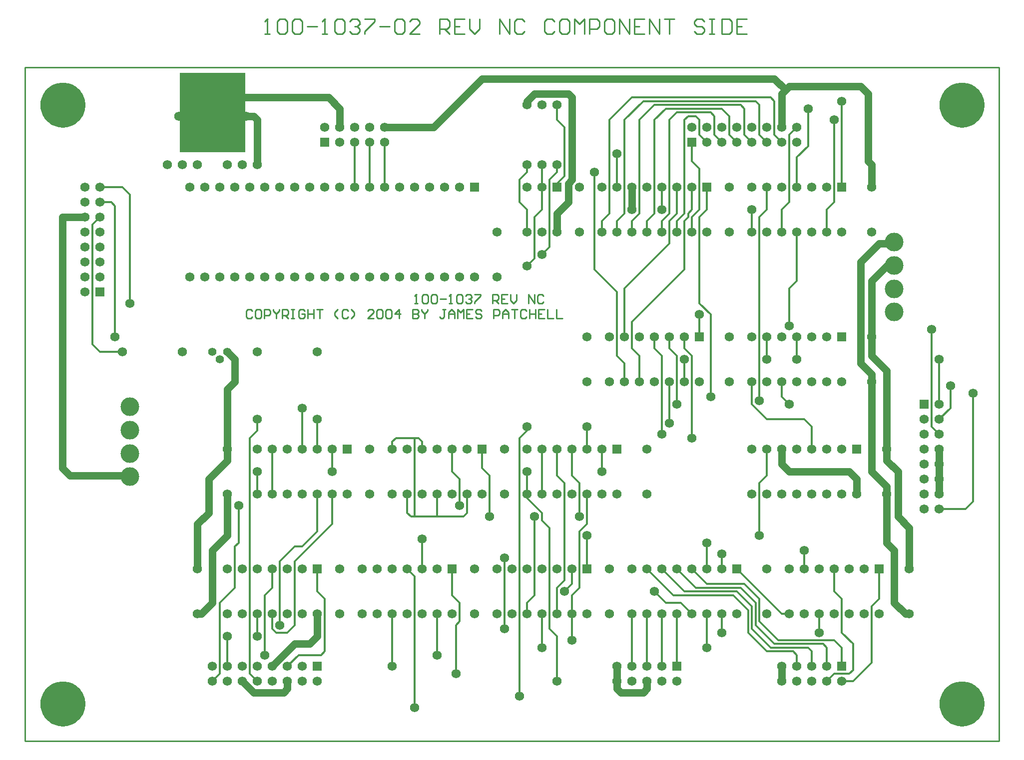
<source format=gtl>
*%FSLAX23Y23*%
*%MOIN*%
G01*
%ADD11C,0.007*%
%ADD12C,0.008*%
%ADD13C,0.010*%
%ADD14C,0.012*%
%ADD15C,0.020*%
%ADD16C,0.032*%
%ADD17C,0.036*%
%ADD18C,0.050*%
%ADD19C,0.052*%
%ADD20C,0.055*%
%ADD21C,0.056*%
%ADD22C,0.061*%
%ADD23C,0.062*%
%ADD24C,0.068*%
%ADD25C,0.070*%
%ADD26C,0.090*%
%ADD27C,0.125*%
%ADD28C,0.131*%
%ADD29C,0.140*%
%ADD30C,0.160*%
%ADD31C,0.250*%
%ADD32R,0.062X0.062*%
%ADD33R,0.068X0.068*%
%ADD34R,0.250X0.250*%
D13*
X8117Y10277D02*
X8150D01*
X8134D01*
Y10377D01*
X8135D01*
X8134D02*
X8117Y10360D01*
X8200D02*
X8217Y10377D01*
X8250D01*
X8267Y10360D01*
Y10294D01*
X8250Y10277D01*
X8217D01*
X8200Y10294D01*
Y10360D01*
X8300D02*
X8317Y10377D01*
X8350D01*
X8367Y10360D01*
Y10294D01*
X8350Y10277D01*
X8317D01*
X8300Y10294D01*
Y10360D01*
X8400Y10327D02*
X8467D01*
X8500Y10277D02*
X8534D01*
X8517D01*
Y10377D01*
X8518D01*
X8517D02*
X8500Y10360D01*
X8584D02*
X8600Y10377D01*
X8634D01*
X8650Y10360D01*
Y10294D01*
X8634Y10277D01*
X8600D01*
X8584Y10294D01*
Y10360D01*
X8683D02*
X8700Y10377D01*
X8733D01*
X8750Y10360D01*
Y10344D01*
X8751D01*
X8750D02*
X8751D01*
X8750D02*
X8751D01*
X8750D02*
X8733Y10327D01*
X8717D01*
X8733D01*
X8750Y10310D01*
Y10294D01*
X8733Y10277D01*
X8700D01*
X8683Y10294D01*
X8783Y10377D02*
X8850D01*
Y10360D01*
X8783Y10294D01*
Y10277D01*
X8883Y10327D02*
X8950D01*
X8983Y10360D02*
X9000Y10377D01*
X9033D01*
X9050Y10360D01*
Y10294D01*
X9033Y10277D01*
X9000D01*
X8983Y10294D01*
Y10360D01*
X9083Y10277D02*
X9150D01*
X9083D02*
X9150Y10344D01*
Y10360D01*
X9133Y10377D01*
X9100D01*
X9083Y10360D01*
X9283Y10377D02*
Y10277D01*
Y10377D02*
X9333D01*
X9350Y10360D01*
Y10327D01*
X9333Y10310D01*
X9283D01*
X9317D02*
X9350Y10277D01*
X9383Y10377D02*
X9450D01*
X9383D02*
Y10277D01*
X9450D01*
X9417Y10327D02*
X9383D01*
X9483Y10310D02*
Y10377D01*
Y10310D02*
X9517Y10277D01*
X9550Y10310D01*
Y10377D01*
X9683D02*
Y10277D01*
X9750D02*
X9683Y10377D01*
X9750D02*
Y10277D01*
X9850Y10360D02*
X9833Y10377D01*
X9800D01*
X9783Y10360D01*
Y10294D01*
X9800Y10277D01*
X9833D01*
X9850Y10294D01*
X10033Y10377D02*
X10050Y10360D01*
X10033Y10377D02*
X10000D01*
X9983Y10360D01*
Y10294D01*
X10000Y10277D01*
X10033D01*
X10050Y10294D01*
X10100Y10377D02*
X10133D01*
X10100D02*
X10083Y10360D01*
Y10294D01*
X10100Y10277D01*
X10133D01*
X10150Y10294D01*
Y10360D01*
X10133Y10377D01*
X10183D02*
Y10277D01*
X10216Y10344D02*
X10183Y10377D01*
X10216Y10344D02*
X10250Y10377D01*
Y10277D01*
X10283D02*
Y10377D01*
X10333D01*
X10350Y10360D01*
Y10327D01*
X10333Y10310D01*
X10283D01*
X10400Y10377D02*
X10433D01*
X10400D02*
X10383Y10360D01*
Y10294D01*
X10400Y10277D01*
X10433D01*
X10450Y10294D01*
Y10360D01*
X10433Y10377D01*
X10483D02*
Y10277D01*
X10550D02*
X10483Y10377D01*
X10550D02*
Y10277D01*
X10583Y10377D02*
X10650D01*
X10583D02*
Y10277D01*
X10650D01*
X10616Y10327D02*
X10583D01*
X10683Y10277D02*
Y10377D01*
X10749Y10277D01*
Y10377D01*
X10783D02*
X10849D01*
X10816D01*
Y10277D01*
X11033Y10377D02*
X11049Y10360D01*
X11033Y10377D02*
X10999D01*
X10983Y10360D01*
Y10344D01*
X10999Y10327D01*
X11033D01*
X11049Y10310D01*
Y10294D01*
X11033Y10277D01*
X10999D01*
X10983Y10294D01*
X11083Y10377D02*
X11116D01*
X11099D01*
Y10277D01*
X11083D01*
X11116D01*
X11166D02*
Y10377D01*
Y10277D02*
X11216D01*
X11233Y10294D01*
Y10360D01*
X11216Y10377D01*
X11166D01*
X11266D02*
X11333D01*
X11266D02*
Y10277D01*
X11333D01*
X11299Y10327D02*
X11266D01*
X9137Y8477D02*
X9117D01*
X9127D02*
X9137D01*
X9127D02*
Y8537D01*
X9128D01*
X9127D02*
X9117Y8527D01*
X9167D02*
X9177Y8537D01*
X9197D01*
X9207Y8527D01*
Y8487D01*
X9197Y8477D01*
X9177D01*
X9167Y8487D01*
Y8527D01*
X9227D02*
X9237Y8537D01*
X9257D01*
X9267Y8527D01*
Y8487D01*
X9257Y8477D01*
X9237D01*
X9227Y8487D01*
Y8527D01*
X9287Y8507D02*
X9327D01*
X9347Y8477D02*
X9367D01*
X9357D01*
Y8537D01*
X9358D01*
X9357D02*
X9347Y8527D01*
X9397D02*
X9407Y8537D01*
X9427D01*
X9437Y8527D01*
Y8487D01*
X9427Y8477D01*
X9407D01*
X9397Y8487D01*
Y8527D01*
X9457D02*
X9467Y8537D01*
X9487D01*
X9497Y8527D01*
Y8517D01*
X9498D01*
X9497D02*
X9498D01*
X9497D02*
X9498D01*
X9497D02*
X9487Y8507D01*
X9477D01*
X9487D01*
X9497Y8497D01*
Y8487D01*
X9487Y8477D01*
X9467D01*
X9457Y8487D01*
X9517Y8537D02*
X9557D01*
Y8527D01*
X9517Y8487D01*
Y8477D01*
X9637D02*
Y8537D01*
X9667D01*
X9677Y8527D01*
Y8507D01*
X9667Y8497D01*
X9637D01*
X9657D02*
X9677Y8477D01*
X9697Y8537D02*
X9737D01*
X9697D02*
Y8477D01*
X9737D01*
X9717Y8507D02*
X9697D01*
X9757Y8497D02*
Y8537D01*
Y8497D02*
X9777Y8477D01*
X9797Y8497D01*
Y8537D01*
X9877D02*
Y8477D01*
X9917D02*
X9877Y8537D01*
X9917D02*
Y8477D01*
X9977Y8527D02*
X9967Y8537D01*
X9947D01*
X9937Y8527D01*
Y8487D01*
X9947Y8477D01*
X9967D01*
X9977Y8487D01*
X8032Y8427D02*
X8022Y8437D01*
X8002D01*
X7992Y8427D01*
Y8387D01*
X8002Y8377D01*
X8022D01*
X8032Y8387D01*
X8062Y8437D02*
X8082D01*
X8062D02*
X8052Y8427D01*
Y8387D01*
X8062Y8377D01*
X8082D01*
X8092Y8387D01*
Y8427D01*
X8082Y8437D01*
X8112D02*
Y8377D01*
Y8437D02*
X8142D01*
X8152Y8427D01*
Y8407D01*
X8142Y8397D01*
X8112D01*
X8172Y8427D02*
Y8437D01*
Y8427D02*
X8192Y8407D01*
X8212Y8427D01*
Y8437D01*
X8192Y8407D02*
Y8377D01*
X8232D02*
Y8437D01*
X8262D01*
X8272Y8427D01*
Y8407D01*
X8262Y8397D01*
X8232D01*
X8252D02*
X8272Y8377D01*
X8292Y8437D02*
X8312D01*
X8302D01*
Y8377D01*
X8292D01*
X8312D01*
X8372Y8437D02*
X8382Y8427D01*
X8372Y8437D02*
X8352D01*
X8342Y8427D01*
Y8387D01*
X8352Y8377D01*
X8372D01*
X8382Y8387D01*
Y8407D01*
X8362D01*
X8402Y8437D02*
Y8377D01*
Y8407D01*
X8442D01*
Y8437D01*
Y8377D01*
X8462Y8437D02*
X8502D01*
X8482D01*
Y8377D01*
X8582Y8397D02*
X8602Y8377D01*
X8582Y8397D02*
Y8417D01*
X8602Y8437D01*
X8662D02*
X8672Y8427D01*
X8662Y8437D02*
X8642D01*
X8632Y8427D01*
Y8387D01*
X8642Y8377D01*
X8662D01*
X8672Y8387D01*
X8692Y8377D02*
X8712Y8397D01*
Y8417D01*
X8692Y8437D01*
X8802Y8377D02*
X8842D01*
X8802D02*
X8842Y8417D01*
Y8427D01*
X8832Y8437D01*
X8812D01*
X8802Y8427D01*
X8862D02*
X8872Y8437D01*
X8892D01*
X8902Y8427D01*
Y8387D01*
X8892Y8377D01*
X8872D01*
X8862Y8387D01*
Y8427D01*
X8922D02*
X8932Y8437D01*
X8952D01*
X8962Y8427D01*
Y8387D01*
X8952Y8377D01*
X8932D01*
X8922Y8387D01*
Y8427D01*
X9012Y8437D02*
Y8377D01*
X8982Y8407D02*
X9012Y8437D01*
X9022Y8407D02*
X8982D01*
X9102Y8437D02*
Y8377D01*
X9132D01*
X9142Y8387D01*
Y8397D01*
X9132Y8407D01*
X9102D01*
X9103D01*
X9102D02*
X9103D01*
X9102D02*
X9103D01*
X9102D02*
X9132D01*
X9142Y8417D01*
Y8427D01*
X9132Y8437D01*
X9102D01*
X9162D02*
Y8427D01*
X9182Y8407D01*
X9202Y8427D01*
Y8437D01*
X9182Y8407D02*
Y8377D01*
X9302Y8437D02*
X9322D01*
X9312D02*
X9302D01*
X9312D02*
Y8387D01*
X9302Y8377D01*
X9292D01*
X9282Y8387D01*
X9342Y8377D02*
Y8417D01*
X9362Y8437D01*
X9382Y8417D01*
Y8377D01*
Y8407D01*
X9342D01*
X9402Y8377D02*
Y8437D01*
X9422Y8417D01*
X9442Y8437D01*
Y8377D01*
X9462Y8437D02*
X9502D01*
X9462D02*
Y8377D01*
X9502D01*
X9482Y8407D02*
X9462D01*
X9551Y8437D02*
X9561Y8427D01*
X9551Y8437D02*
X9532D01*
X9522Y8427D01*
Y8417D01*
X9532Y8407D01*
X9551D01*
X9561Y8397D01*
Y8387D01*
X9551Y8377D01*
X9532D01*
X9522Y8387D01*
X9641Y8377D02*
Y8437D01*
X9671D01*
X9681Y8427D01*
Y8407D01*
X9671Y8397D01*
X9641D01*
X9701Y8377D02*
Y8417D01*
X9721Y8437D01*
X9741Y8417D01*
Y8377D01*
Y8407D01*
X9701D01*
X9761Y8437D02*
X9801D01*
X9781D01*
Y8377D01*
X9851Y8437D02*
X9861Y8427D01*
X9851Y8437D02*
X9831D01*
X9821Y8427D01*
Y8387D01*
X9831Y8377D01*
X9851D01*
X9861Y8387D01*
X9881Y8377D02*
Y8437D01*
Y8407D02*
Y8377D01*
Y8407D02*
X9921D01*
Y8437D01*
Y8377D01*
X9941Y8437D02*
X9981D01*
X9941D02*
Y8377D01*
X9981D01*
X9961Y8407D02*
X9941D01*
X10001Y8437D02*
Y8377D01*
X10041D01*
X10061D02*
Y8437D01*
Y8377D02*
X10101D01*
X13017Y10052D02*
X6517D01*
Y5552D02*
X13017D01*
X6517D02*
Y10052D01*
X13017D02*
Y5552D01*
D14*
X8567Y7002D02*
X8317Y6752D01*
X10567Y8352D02*
X10917Y8702D01*
X10817Y8877D02*
X10517Y8577D01*
X10417Y9702D02*
X10567Y9852D01*
X10642Y9827D02*
X10517Y9702D01*
X12167Y6077D02*
X12042Y5952D01*
X10467Y8552D02*
X10317Y8702D01*
X11367Y6302D02*
X11492Y6177D01*
X11517Y6202D02*
X11392Y6327D01*
X11417Y6352D02*
X11542Y6227D01*
X11467Y6152D02*
X11342Y6277D01*
X10842Y6527D02*
X10667Y6702D01*
X10767D02*
X10917Y6552D01*
X10992Y6577D02*
X10867Y6702D01*
X11267D02*
X11567Y6402D01*
X11917Y6002D02*
X12017D01*
X12042Y5952D02*
X11967D01*
X6967Y8202D02*
Y9002D01*
X7017Y9052D01*
X6967Y8202D02*
X7017Y8152D01*
X8342Y6127D02*
X8492D01*
X11467Y6152D02*
X11642D01*
X11742Y6177D02*
X11492D01*
X11517Y6202D02*
X11842D01*
X11917Y6227D02*
X11542D01*
X8267Y6277D02*
X8192D01*
X7117Y8252D02*
Y9127D01*
X7217Y9202D02*
Y8477D01*
X7117Y9127D02*
X7092Y9152D01*
X7167Y9252D02*
X7217Y9202D01*
X10792Y6477D02*
X10892D01*
X11567Y6402D02*
X11617D01*
X11242Y6527D02*
X10842D01*
X10917Y6552D02*
X11267D01*
X11292Y6577D02*
X10992D01*
X11067Y6602D02*
X11317D01*
X8367Y6852D02*
X8317D01*
X7817Y6477D02*
Y6002D01*
X7767Y5952D01*
X7817Y6477D02*
X7917Y6577D01*
X9092Y7052D02*
X9267D01*
X9442D01*
X7867Y6252D02*
Y6052D01*
X7942Y6877D02*
Y7127D01*
X7917Y6852D02*
Y6577D01*
X8017Y6002D02*
Y7577D01*
X7942Y6877D02*
X7917Y6852D01*
X8017Y7577D02*
X8067Y7627D01*
X8017Y6002D02*
X8067Y5952D01*
X12617Y7102D02*
X12792D01*
X8167Y6402D02*
Y6302D01*
X8067Y6252D02*
Y6402D01*
X8167Y6577D02*
Y6702D01*
X8117Y6227D02*
Y6127D01*
Y6227D02*
Y6527D01*
X8217Y6327D02*
Y6752D01*
X8067Y7202D02*
Y7352D01*
Y7627D02*
Y7702D01*
X8167Y7502D02*
Y7202D01*
Y6577D02*
X8117Y6527D01*
X8217Y6752D02*
X8317Y6852D01*
X8167Y6302D02*
X8192Y6277D01*
X8317Y6327D02*
Y6752D01*
X8367Y7502D02*
Y7777D01*
X8317Y6327D02*
X8267Y6277D01*
X8342Y6127D02*
X8267Y6052D01*
X8367Y6852D02*
X8467Y6952D01*
X8992Y7577D02*
X9117D01*
X9142D01*
X8517Y6502D02*
Y6152D01*
X8467Y6952D02*
Y7202D01*
X8567D02*
Y7002D01*
X8467Y6702D02*
Y6552D01*
X8567Y7352D02*
Y7502D01*
X8467D02*
Y7702D01*
X8517Y6152D02*
X8492Y6127D01*
X8517Y6502D02*
X8467Y6552D01*
X11467Y7702D02*
X11717D01*
X8717Y9252D02*
Y9552D01*
X8817D02*
Y9252D01*
X8967Y7552D02*
Y7502D01*
Y6402D02*
Y6052D01*
X8917Y9252D02*
Y9552D01*
X8992Y7577D02*
X8967Y7552D01*
X7167Y8152D02*
X7017D01*
X9117Y7577D02*
Y7052D01*
X9067Y7077D02*
Y7202D01*
X9167Y7502D02*
Y7552D01*
X9117Y6652D02*
Y5777D01*
X9167Y6702D02*
Y6902D01*
X9092Y7052D02*
X9067Y7077D01*
X9167Y7552D02*
X9142Y7577D01*
X9067Y6702D02*
X9117Y6652D01*
X9267Y7052D02*
Y7202D01*
X9367Y6702D02*
Y6527D01*
X9417Y6477D02*
Y6352D01*
X9392Y6327D02*
Y6002D01*
X9267Y6127D02*
Y6402D01*
X9367Y7352D02*
Y7502D01*
X9417Y7302D02*
Y7127D01*
Y6352D02*
X9392Y6327D01*
X9417Y6477D02*
X9367Y6527D01*
X9417Y7302D02*
X9367Y7352D01*
X9467Y7202D02*
Y7077D01*
X9567Y7377D02*
Y7502D01*
X9617Y7327D02*
Y7052D01*
X9467Y7077D02*
X9442Y7052D01*
X9617Y7327D02*
X9567Y7377D01*
X9717Y6777D02*
Y6302D01*
X9817Y5852D02*
Y7577D01*
Y9152D02*
Y9302D01*
X9867Y7627D02*
X9817Y7577D01*
Y9302D02*
X9867Y9352D01*
X9817Y9152D02*
X9867Y9102D01*
X9967Y6402D02*
Y6177D01*
X9867Y7177D02*
Y7202D01*
Y7352D01*
X9967Y7077D02*
Y7027D01*
X10017Y6977D02*
Y6302D01*
X9917Y6527D02*
Y7052D01*
X9867Y6477D02*
Y6402D01*
Y7627D02*
Y7652D01*
Y8952D02*
Y9102D01*
Y9352D02*
Y9402D01*
X10017Y9302D02*
Y8852D01*
X9967Y9252D02*
Y9402D01*
Y9252D02*
Y9102D01*
X9917Y9052D02*
Y8777D01*
X9967Y7502D02*
Y7202D01*
X9917Y6527D02*
X9867Y6477D01*
X10017Y9302D02*
X10067Y9352D01*
X10017Y8852D02*
X9967Y8802D01*
X9917Y9052D02*
X9967Y9102D01*
X9917Y8777D02*
X9867Y8727D01*
Y7177D02*
X9967Y7077D01*
Y7027D02*
X10017Y6977D01*
Y6302D02*
X10067Y6252D01*
X7092Y9152D02*
X7017D01*
X10167Y6702D02*
Y6602D01*
Y6402D02*
Y6227D01*
Y6402D02*
Y6527D01*
X10067Y6252D02*
Y5952D01*
X10167Y7327D02*
Y7502D01*
X10117Y9327D02*
Y9652D01*
X10067Y9277D02*
Y9252D01*
Y9702D02*
Y9802D01*
Y9402D02*
Y9352D01*
Y6577D02*
Y6402D01*
Y7327D02*
Y7502D01*
X10117Y7277D02*
Y6627D01*
X10167Y6602D02*
X10117Y6552D01*
X10067Y9277D02*
X10117Y9327D01*
Y6627D02*
X10067Y6577D01*
X10167Y6527D02*
X10217Y6577D01*
Y7277D02*
X10167Y7327D01*
X10117Y9652D02*
X10067Y9702D01*
Y7327D02*
X10117Y7277D01*
X7167Y9252D02*
X7017D01*
X10317Y9352D02*
Y8702D01*
X10367Y8952D02*
Y9027D01*
X10267Y6927D02*
Y6702D01*
Y7002D02*
Y7202D01*
X10217Y6952D02*
Y6577D01*
Y7052D02*
Y7277D01*
X10367Y7352D02*
Y7502D01*
X10267D02*
Y7652D01*
X10367Y9027D02*
X10417Y9077D01*
X10267Y7002D02*
X10217Y6952D01*
X10467Y9252D02*
Y9477D01*
X10517Y8077D02*
Y7952D01*
X10467Y8127D02*
Y8552D01*
X10567Y8352D02*
Y8177D01*
X10517Y8252D02*
Y8577D01*
X10417Y9077D02*
Y9702D01*
X10467Y9027D02*
Y8952D01*
X10517Y9077D02*
Y9702D01*
X10567Y9027D02*
Y8952D01*
Y6402D02*
Y6052D01*
X10467Y9027D02*
X10517Y9077D01*
X10567Y9027D02*
X10617Y9077D01*
X10467Y8127D02*
X10517Y8077D01*
X10567Y8177D02*
X10617Y8127D01*
X10642Y9827D02*
X11392D01*
X11292Y9802D02*
X10717D01*
X10792Y9777D02*
X11167D01*
X11092Y9752D02*
X10867D01*
X10942Y9727D02*
X10992D01*
X10717Y8252D02*
Y8177D01*
X10767Y8127D02*
Y7602D01*
Y9102D02*
Y9252D01*
X10617Y8127D02*
Y7952D01*
Y9077D02*
Y9702D01*
X10667Y9027D02*
Y8952D01*
X10717Y9077D02*
Y9702D01*
X10767Y9027D02*
Y8952D01*
X10667Y6402D02*
Y6052D01*
X10767D02*
Y6402D01*
X10617Y9702D02*
X10717Y9802D01*
X10792Y9777D02*
X10717Y9702D01*
Y9077D02*
X10667Y9027D01*
X10767D02*
X10817Y9077D01*
X10717Y6552D02*
X10792Y6477D01*
X10767Y8127D02*
X10717Y8177D01*
X10567Y9852D02*
X11492D01*
X10817Y7952D02*
Y7677D01*
Y8177D02*
Y8252D01*
X10867Y8127D02*
Y7802D01*
X10917Y8177D02*
Y8252D01*
X10967Y8127D02*
Y7577D01*
X10917Y7952D02*
Y8102D01*
X10967Y9102D02*
Y9252D01*
X10917Y9027D02*
Y8702D01*
X10942Y9052D02*
Y9077D01*
X10867D02*
Y9252D01*
X10817Y9027D02*
Y8877D01*
Y9077D02*
Y9702D01*
X10867Y9027D02*
Y8952D01*
X10917Y9077D02*
Y9702D01*
X10967Y9552D02*
Y9427D01*
Y9052D02*
Y8952D01*
X10867Y6402D02*
Y6052D01*
X10917Y9027D02*
X10942Y9052D01*
Y9077D02*
X10967Y9102D01*
X10867Y9077D02*
X10817Y9027D01*
Y9702D02*
X10867Y9752D01*
X10917Y9702D02*
X10942Y9727D01*
X10917Y9077D02*
X10867Y9027D01*
X10967Y9052D02*
X11017Y9102D01*
X10892Y6477D02*
X10967Y6402D01*
X10867Y8127D02*
X10817Y8177D01*
X10917D02*
X10967Y8127D01*
X11017Y9702D02*
X10992Y9727D01*
X10967Y9427D02*
X11017Y9377D01*
X10967Y6702D02*
X11067Y6602D01*
X11167Y6402D02*
Y6277D01*
X11067Y6177D02*
Y6402D01*
X11017Y8252D02*
Y8402D01*
X11067Y9102D02*
Y9252D01*
X11092Y8402D02*
Y7852D01*
X11017Y8477D02*
Y9052D01*
X11117Y9602D02*
Y9727D01*
X11017Y9702D02*
Y9602D01*
Y9377D02*
Y9102D01*
X11167Y6802D02*
Y6702D01*
X11067D02*
Y6877D01*
X11017Y9052D02*
X11067Y9102D01*
X11017Y8477D02*
X11092Y8402D01*
X11217Y9727D02*
X11167Y9777D01*
X11117Y9602D02*
X11167Y9552D01*
X11117Y9727D02*
X11092Y9752D01*
X11017Y9602D02*
X11067Y9552D01*
X11367Y7952D02*
Y7802D01*
Y8952D02*
Y9102D01*
X11317Y9602D02*
Y9777D01*
X11217Y9727D02*
Y9602D01*
X11342Y6427D02*
Y6277D01*
X11367Y6302D02*
Y6452D01*
X11467Y7702D02*
X11367Y7802D01*
Y9552D02*
X11317Y9602D01*
Y9777D02*
X11292Y9802D01*
X11217Y9602D02*
X11267Y9552D01*
X11242Y6527D02*
X11342Y6427D01*
X11367Y6452D02*
X11267Y6552D01*
X11292Y6577D02*
X11392Y6477D01*
X11417Y6502D02*
X11317Y6602D01*
X11567Y7852D02*
Y7952D01*
X11467Y8102D02*
Y8252D01*
Y9102D02*
Y9252D01*
X11417Y9052D02*
Y7827D01*
X11567Y8952D02*
Y9102D01*
X11517Y9602D02*
Y9827D01*
X11417Y9802D02*
Y9602D01*
X11467Y7502D02*
Y7327D01*
X11417Y7277D02*
Y6927D01*
X11392Y6477D02*
Y6327D01*
X11417Y6352D02*
Y6502D01*
Y9052D02*
X11467Y9102D01*
X11567D02*
X11617Y9152D01*
X11467Y7327D02*
X11417Y7277D01*
X11617Y7802D02*
X11567Y7852D01*
Y9552D02*
X11517Y9602D01*
Y9827D02*
X11492Y9852D01*
X11417Y9602D02*
X11467Y9552D01*
X11417Y9802D02*
X11392Y9827D01*
X11667Y8952D02*
Y8627D01*
X11617Y8577D02*
Y8327D01*
X11667Y6127D02*
Y6052D01*
X11767D02*
Y6152D01*
X11667Y8102D02*
Y8252D01*
X11767Y7652D02*
Y7502D01*
X11617Y9152D02*
Y9602D01*
X11667Y9452D02*
Y9252D01*
X11742Y9527D02*
Y9777D01*
X11717Y6827D02*
Y6702D01*
X11617Y8577D02*
X11667Y8627D01*
X11617Y9602D02*
X11667Y9652D01*
X11742Y9527D02*
X11667Y9452D01*
X11642Y6152D02*
X11667Y6127D01*
X11742Y6177D02*
X11767Y6152D01*
Y7652D02*
X11717Y7702D01*
X11817Y6402D02*
Y6277D01*
X11967Y6177D02*
Y6052D01*
X11867D02*
Y6177D01*
X11967Y9252D02*
Y9827D01*
X11867Y9102D02*
Y8952D01*
X11917Y9152D02*
Y9702D01*
Y6702D02*
Y6552D01*
X11967Y6502D02*
Y6277D01*
X11867Y9102D02*
X11917Y9152D01*
Y6002D02*
X11867Y5952D01*
X11967Y6177D02*
X11917Y6227D01*
X11867Y6177D02*
X11842Y6202D01*
X11967Y6502D02*
X11917Y6552D01*
X11967Y6277D02*
X12042Y6202D01*
Y6027D01*
X12167Y6077D02*
Y6452D01*
X12042Y6027D02*
X12017Y6002D01*
X12167Y6452D02*
X12217Y6502D01*
Y6702D01*
X12567Y7652D02*
Y8302D01*
X12617Y8102D02*
Y7802D01*
X12692Y7777D02*
Y7927D01*
Y7777D02*
X12617Y7702D01*
X12567Y7652D02*
X12617Y7602D01*
X12842Y7877D02*
Y7152D01*
X12792Y7102D01*
D18*
X8467Y6252D02*
X8417Y6202D01*
X8317D02*
X8167Y6052D01*
X12092Y8752D02*
X12217Y8877D01*
X12267Y8727D02*
X12167Y8627D01*
X7867Y7427D02*
X7742Y7302D01*
Y7077D02*
X7667Y7002D01*
X10642Y5877D02*
X10667Y5902D01*
X8267D02*
X8242Y5877D01*
X7692Y6402D02*
X7767Y6477D01*
Y6827D02*
X7867Y6927D01*
Y7902D02*
X7917Y7952D01*
X9867Y9827D02*
X9892Y9852D01*
X9917Y9877D01*
X10167Y9302D02*
X10142Y9277D01*
Y9152D02*
X10067Y9077D01*
X7792Y9852D02*
X7767Y9827D01*
X11567Y9877D02*
X11617Y9927D01*
X9567Y9977D02*
X9242Y9652D01*
X12017Y7352D02*
X12067Y7302D01*
X11617Y7352D02*
X11567Y7402D01*
X12317Y6477D02*
X12392Y6402D01*
X12317Y6827D02*
X12267Y6877D01*
Y7252D02*
X12167Y7352D01*
Y8002D02*
X12092Y8077D01*
X12167Y8127D02*
X12267Y8027D01*
Y7427D02*
X12342Y7352D01*
Y7052D02*
X12417Y6977D01*
X10492Y5877D02*
X10467Y5902D01*
X8042Y5877D02*
X7967Y5952D01*
X7917Y8102D02*
X7867Y8152D01*
X6817Y7327D02*
X6767Y7377D01*
X10142Y9877D02*
X10167Y9852D01*
X8617Y9777D02*
X8542Y9852D01*
X8067Y9702D02*
X8042Y9727D01*
X12092Y9927D02*
X12142Y9877D01*
Y9427D02*
X12167Y9402D01*
X11592Y9902D02*
X11517Y9977D01*
X10642Y5877D02*
X10492D01*
X8242D02*
X8042D01*
X6767Y7377D02*
Y8977D01*
Y9052D01*
X8317Y6202D02*
X8417D01*
X7217Y7318D02*
Y7327D01*
X12392Y6402D02*
X12417D01*
X7692D02*
X7667D01*
Y6702D02*
Y7002D01*
X7742Y7077D02*
Y7302D01*
X7767Y6827D02*
Y6477D01*
Y9752D02*
Y9827D01*
X7867Y7502D02*
Y7427D01*
Y7202D02*
Y6927D01*
Y7502D02*
Y7902D01*
X7917Y7952D02*
Y8102D01*
X8067Y9402D02*
Y9627D01*
Y9702D01*
X11617Y7352D02*
X12017D01*
X7217Y7327D02*
X6817D01*
X8267Y5952D02*
Y5902D01*
X8467Y6252D02*
Y6402D01*
X8617Y9652D02*
Y9777D01*
X12267Y8727D02*
X12317D01*
Y8877D02*
X12217D01*
X6917Y9052D02*
X6767D01*
X9867Y9802D02*
Y9827D01*
X10067Y9077D02*
Y8952D01*
X10167Y9302D02*
Y9852D01*
X10142Y9277D02*
Y9252D01*
Y9152D01*
X10567Y9102D02*
Y9252D01*
X10467Y5952D02*
Y5902D01*
Y5952D02*
Y6052D01*
X8042Y9727D02*
X7992D01*
X8917Y9652D02*
X9242D01*
X10667Y5952D02*
Y5902D01*
X10142Y9877D02*
X9917D01*
X8542Y9852D02*
X7792D01*
X11617Y9927D02*
X12092D01*
X11517Y9977D02*
X9567D01*
X11567Y7502D02*
Y7402D01*
Y6052D02*
Y5952D01*
Y9652D02*
Y9877D01*
X12067Y7302D02*
Y7202D01*
X12167Y7352D02*
Y7952D01*
Y8002D01*
X12092Y8077D02*
Y8752D01*
X12167Y8627D02*
Y8252D01*
Y8127D01*
X12142Y9427D02*
Y9877D01*
X12167Y9402D02*
Y9252D01*
X12317Y6827D02*
Y6477D01*
X12267Y6877D02*
Y7202D01*
Y7252D01*
Y7502D02*
Y8027D01*
Y7502D02*
Y7427D01*
X12342Y7352D02*
Y7052D01*
X12417Y6977D02*
Y6702D01*
X12617Y7202D02*
Y7302D01*
Y7402D01*
Y7502D01*
X12642Y9802D02*
X12643D01*
X12642D02*
X12642Y9792D01*
X12644Y9782D01*
X12646Y9772D01*
X12648Y9762D01*
X12652Y9753D01*
X12656Y9744D01*
X12661Y9735D01*
X12667Y9727D01*
X12673Y9719D01*
X12680Y9712D01*
X12688Y9705D01*
X12696Y9699D01*
X12704Y9694D01*
X12713Y9689D01*
X12723Y9685D01*
X12732Y9682D01*
X12742Y9680D01*
X12752Y9678D01*
X12762Y9677D01*
X12772D01*
X12782Y9678D01*
X12792Y9680D01*
X12802Y9682D01*
X12811Y9685D01*
X12821Y9689D01*
X12830Y9694D01*
X12838Y9699D01*
X12846Y9705D01*
X12854Y9712D01*
X12861Y9719D01*
X12867Y9727D01*
X12873Y9735D01*
X12878Y9744D01*
X12882Y9753D01*
X12886Y9762D01*
X12888Y9772D01*
X12890Y9782D01*
X12892Y9792D01*
X12892Y9802D01*
X12893D01*
X12892D02*
X12892Y9812D01*
X12890Y9822D01*
X12888Y9832D01*
X12886Y9842D01*
X12882Y9851D01*
X12878Y9860D01*
X12873Y9869D01*
X12867Y9877D01*
X12861Y9885D01*
X12854Y9892D01*
X12846Y9899D01*
X12838Y9905D01*
X12830Y9910D01*
X12821Y9915D01*
X12811Y9919D01*
X12802Y9922D01*
X12792Y9924D01*
X12782Y9926D01*
X12772Y9927D01*
X12762D01*
X12752Y9926D01*
X12742Y9924D01*
X12732Y9922D01*
X12723Y9919D01*
X12713Y9915D01*
X12704Y9910D01*
X12696Y9905D01*
X12688Y9899D01*
X12680Y9892D01*
X12673Y9885D01*
X12667Y9877D01*
X12661Y9869D01*
X12656Y9860D01*
X12652Y9851D01*
X12648Y9842D01*
X12646Y9832D01*
X12644Y9822D01*
X12642Y9812D01*
X12642Y9802D01*
X12690D02*
X12691D01*
X12690D02*
X12691Y9793D01*
X12692Y9784D01*
X12695Y9776D01*
X12698Y9767D01*
X12703Y9760D01*
X12708Y9753D01*
X12714Y9746D01*
X12721Y9740D01*
X12728Y9735D01*
X12737Y9731D01*
X12745Y9728D01*
X12754Y9726D01*
X12763Y9725D01*
X12771D01*
X12780Y9726D01*
X12789Y9728D01*
X12797Y9731D01*
X12806Y9735D01*
X12813Y9740D01*
X12820Y9746D01*
X12826Y9753D01*
X12831Y9760D01*
X12836Y9767D01*
X12839Y9776D01*
X12842Y9784D01*
X12843Y9793D01*
X12844Y9802D01*
X12845D01*
X12844D02*
X12843Y9811D01*
X12842Y9820D01*
X12839Y9828D01*
X12836Y9837D01*
X12831Y9844D01*
X12826Y9851D01*
X12820Y9858D01*
X12813Y9864D01*
X12806Y9869D01*
X12797Y9873D01*
X12789Y9876D01*
X12780Y9878D01*
X12771Y9879D01*
X12763D01*
X12754Y9878D01*
X12745Y9876D01*
X12737Y9873D01*
X12728Y9869D01*
X12721Y9864D01*
X12714Y9858D01*
X12708Y9851D01*
X12703Y9844D01*
X12698Y9837D01*
X12695Y9828D01*
X12692Y9820D01*
X12691Y9811D01*
X12690Y9802D01*
X12738D02*
X12739D01*
X12738D02*
X12739Y9796D01*
X12741Y9790D01*
X12744Y9785D01*
X12748Y9780D01*
X12752Y9777D01*
X12758Y9774D01*
X12764Y9773D01*
X12770D01*
X12776Y9774D01*
X12782Y9777D01*
X12786Y9780D01*
X12790Y9785D01*
X12793Y9790D01*
X12795Y9796D01*
X12796Y9802D01*
X12797D01*
X12796D02*
X12795Y9808D01*
X12793Y9814D01*
X12790Y9819D01*
X12786Y9824D01*
X12782Y9827D01*
X12776Y9830D01*
X12770Y9831D01*
X12764D01*
X12758Y9830D01*
X12752Y9827D01*
X12748Y9824D01*
X12744Y9819D01*
X12741Y9814D01*
X12739Y9808D01*
X12738Y9802D01*
X12767D02*
D03*
X12642Y5802D02*
X12643D01*
X12642D02*
X12642Y5792D01*
X12644Y5782D01*
X12646Y5772D01*
X12648Y5762D01*
X12652Y5753D01*
X12656Y5744D01*
X12661Y5735D01*
X12667Y5727D01*
X12673Y5719D01*
X12680Y5712D01*
X12688Y5705D01*
X12696Y5699D01*
X12704Y5694D01*
X12713Y5689D01*
X12723Y5685D01*
X12732Y5682D01*
X12742Y5680D01*
X12752Y5678D01*
X12762Y5677D01*
X12772D01*
X12782Y5678D01*
X12792Y5680D01*
X12802Y5682D01*
X12811Y5685D01*
X12821Y5689D01*
X12830Y5694D01*
X12838Y5699D01*
X12846Y5705D01*
X12854Y5712D01*
X12861Y5719D01*
X12867Y5727D01*
X12873Y5735D01*
X12878Y5744D01*
X12882Y5753D01*
X12886Y5762D01*
X12888Y5772D01*
X12890Y5782D01*
X12892Y5792D01*
X12892Y5802D01*
X12893D01*
X12892D02*
X12892Y5812D01*
X12890Y5822D01*
X12888Y5832D01*
X12886Y5842D01*
X12882Y5851D01*
X12878Y5860D01*
X12873Y5869D01*
X12867Y5877D01*
X12861Y5885D01*
X12854Y5892D01*
X12846Y5899D01*
X12838Y5905D01*
X12830Y5910D01*
X12821Y5915D01*
X12811Y5919D01*
X12802Y5922D01*
X12792Y5924D01*
X12782Y5926D01*
X12772Y5927D01*
X12762D01*
X12752Y5926D01*
X12742Y5924D01*
X12732Y5922D01*
X12723Y5919D01*
X12713Y5915D01*
X12704Y5910D01*
X12696Y5905D01*
X12688Y5899D01*
X12680Y5892D01*
X12673Y5885D01*
X12667Y5877D01*
X12661Y5869D01*
X12656Y5860D01*
X12652Y5851D01*
X12648Y5842D01*
X12646Y5832D01*
X12644Y5822D01*
X12642Y5812D01*
X12642Y5802D01*
X12690D02*
X12691D01*
X12690D02*
X12691Y5793D01*
X12692Y5784D01*
X12695Y5776D01*
X12698Y5767D01*
X12703Y5760D01*
X12708Y5753D01*
X12714Y5746D01*
X12721Y5740D01*
X12728Y5735D01*
X12737Y5731D01*
X12745Y5728D01*
X12754Y5726D01*
X12763Y5725D01*
X12771D01*
X12780Y5726D01*
X12789Y5728D01*
X12797Y5731D01*
X12806Y5735D01*
X12813Y5740D01*
X12820Y5746D01*
X12826Y5753D01*
X12831Y5760D01*
X12836Y5767D01*
X12839Y5776D01*
X12842Y5784D01*
X12843Y5793D01*
X12844Y5802D01*
X12845D01*
X12844D02*
X12843Y5811D01*
X12842Y5820D01*
X12839Y5828D01*
X12836Y5837D01*
X12831Y5844D01*
X12826Y5851D01*
X12820Y5858D01*
X12813Y5864D01*
X12806Y5869D01*
X12797Y5873D01*
X12789Y5876D01*
X12780Y5878D01*
X12771Y5879D01*
X12763D01*
X12754Y5878D01*
X12745Y5876D01*
X12737Y5873D01*
X12728Y5869D01*
X12721Y5864D01*
X12714Y5858D01*
X12708Y5851D01*
X12703Y5844D01*
X12698Y5837D01*
X12695Y5828D01*
X12692Y5820D01*
X12691Y5811D01*
X12690Y5802D01*
X12738D02*
X12739D01*
X12738D02*
X12739Y5796D01*
X12741Y5790D01*
X12744Y5785D01*
X12748Y5780D01*
X12752Y5777D01*
X12758Y5774D01*
X12764Y5773D01*
X12770D01*
X12776Y5774D01*
X12782Y5777D01*
X12786Y5780D01*
X12790Y5785D01*
X12793Y5790D01*
X12795Y5796D01*
X12796Y5802D01*
X12797D01*
X12796D02*
X12795Y5808D01*
X12793Y5814D01*
X12790Y5819D01*
X12786Y5824D01*
X12782Y5827D01*
X12776Y5830D01*
X12770Y5831D01*
X12764D01*
X12758Y5830D01*
X12752Y5827D01*
X12748Y5824D01*
X12744Y5819D01*
X12741Y5814D01*
X12739Y5808D01*
X12738Y5802D01*
X12767D02*
D03*
X6642Y9802D02*
X6643D01*
X6642D02*
X6642Y9792D01*
X6644Y9782D01*
X6646Y9772D01*
X6648Y9762D01*
X6652Y9753D01*
X6656Y9744D01*
X6661Y9735D01*
X6667Y9727D01*
X6673Y9719D01*
X6680Y9712D01*
X6688Y9705D01*
X6696Y9699D01*
X6704Y9694D01*
X6713Y9689D01*
X6723Y9685D01*
X6732Y9682D01*
X6742Y9680D01*
X6752Y9678D01*
X6762Y9677D01*
X6772D01*
X6782Y9678D01*
X6792Y9680D01*
X6802Y9682D01*
X6811Y9685D01*
X6821Y9689D01*
X6830Y9694D01*
X6838Y9699D01*
X6846Y9705D01*
X6854Y9712D01*
X6861Y9719D01*
X6867Y9727D01*
X6873Y9735D01*
X6878Y9744D01*
X6882Y9753D01*
X6886Y9762D01*
X6888Y9772D01*
X6890Y9782D01*
X6892Y9792D01*
X6892Y9802D01*
X6893D01*
X6892D02*
X6892Y9812D01*
X6890Y9822D01*
X6888Y9832D01*
X6886Y9842D01*
X6882Y9851D01*
X6878Y9860D01*
X6873Y9869D01*
X6867Y9877D01*
X6861Y9885D01*
X6854Y9892D01*
X6846Y9899D01*
X6838Y9905D01*
X6830Y9910D01*
X6821Y9915D01*
X6811Y9919D01*
X6802Y9922D01*
X6792Y9924D01*
X6782Y9926D01*
X6772Y9927D01*
X6762D01*
X6752Y9926D01*
X6742Y9924D01*
X6732Y9922D01*
X6723Y9919D01*
X6713Y9915D01*
X6704Y9910D01*
X6696Y9905D01*
X6688Y9899D01*
X6680Y9892D01*
X6673Y9885D01*
X6667Y9877D01*
X6661Y9869D01*
X6656Y9860D01*
X6652Y9851D01*
X6648Y9842D01*
X6646Y9832D01*
X6644Y9822D01*
X6642Y9812D01*
X6642Y9802D01*
X6690D02*
X6691D01*
X6690D02*
X6691Y9793D01*
X6692Y9784D01*
X6695Y9776D01*
X6698Y9767D01*
X6703Y9760D01*
X6708Y9753D01*
X6714Y9746D01*
X6721Y9740D01*
X6728Y9735D01*
X6737Y9731D01*
X6745Y9728D01*
X6754Y9726D01*
X6763Y9725D01*
X6771D01*
X6780Y9726D01*
X6789Y9728D01*
X6797Y9731D01*
X6806Y9735D01*
X6813Y9740D01*
X6820Y9746D01*
X6826Y9753D01*
X6831Y9760D01*
X6836Y9767D01*
X6839Y9776D01*
X6842Y9784D01*
X6843Y9793D01*
X6844Y9802D01*
X6845D01*
X6844D02*
X6843Y9811D01*
X6842Y9820D01*
X6839Y9828D01*
X6836Y9837D01*
X6831Y9844D01*
X6826Y9851D01*
X6820Y9858D01*
X6813Y9864D01*
X6806Y9869D01*
X6797Y9873D01*
X6789Y9876D01*
X6780Y9878D01*
X6771Y9879D01*
X6763D01*
X6754Y9878D01*
X6745Y9876D01*
X6737Y9873D01*
X6728Y9869D01*
X6721Y9864D01*
X6714Y9858D01*
X6708Y9851D01*
X6703Y9844D01*
X6698Y9837D01*
X6695Y9828D01*
X6692Y9820D01*
X6691Y9811D01*
X6690Y9802D01*
X6738D02*
X6739D01*
X6738D02*
X6739Y9796D01*
X6741Y9790D01*
X6744Y9785D01*
X6748Y9780D01*
X6752Y9777D01*
X6758Y9774D01*
X6764Y9773D01*
X6770D01*
X6776Y9774D01*
X6782Y9777D01*
X6786Y9780D01*
X6790Y9785D01*
X6793Y9790D01*
X6795Y9796D01*
X6796Y9802D01*
X6797D01*
X6796D02*
X6795Y9808D01*
X6793Y9814D01*
X6790Y9819D01*
X6786Y9824D01*
X6782Y9827D01*
X6776Y9830D01*
X6770Y9831D01*
X6764D01*
X6758Y9830D01*
X6752Y9827D01*
X6748Y9824D01*
X6744Y9819D01*
X6741Y9814D01*
X6739Y9808D01*
X6738Y9802D01*
X6767D02*
D03*
X6642Y5802D02*
X6643D01*
X6642D02*
X6642Y5792D01*
X6644Y5782D01*
X6646Y5772D01*
X6648Y5762D01*
X6652Y5753D01*
X6656Y5744D01*
X6661Y5735D01*
X6667Y5727D01*
X6673Y5719D01*
X6680Y5712D01*
X6688Y5705D01*
X6696Y5699D01*
X6704Y5694D01*
X6713Y5689D01*
X6723Y5685D01*
X6732Y5682D01*
X6742Y5680D01*
X6752Y5678D01*
X6762Y5677D01*
X6772D01*
X6782Y5678D01*
X6792Y5680D01*
X6802Y5682D01*
X6811Y5685D01*
X6821Y5689D01*
X6830Y5694D01*
X6838Y5699D01*
X6846Y5705D01*
X6854Y5712D01*
X6861Y5719D01*
X6867Y5727D01*
X6873Y5735D01*
X6878Y5744D01*
X6882Y5753D01*
X6886Y5762D01*
X6888Y5772D01*
X6890Y5782D01*
X6892Y5792D01*
X6892Y5802D01*
X6893D01*
X6892D02*
X6892Y5812D01*
X6890Y5822D01*
X6888Y5832D01*
X6886Y5842D01*
X6882Y5851D01*
X6878Y5860D01*
X6873Y5869D01*
X6867Y5877D01*
X6861Y5885D01*
X6854Y5892D01*
X6846Y5899D01*
X6838Y5905D01*
X6830Y5910D01*
X6821Y5915D01*
X6811Y5919D01*
X6802Y5922D01*
X6792Y5924D01*
X6782Y5926D01*
X6772Y5927D01*
X6762D01*
X6752Y5926D01*
X6742Y5924D01*
X6732Y5922D01*
X6723Y5919D01*
X6713Y5915D01*
X6704Y5910D01*
X6696Y5905D01*
X6688Y5899D01*
X6680Y5892D01*
X6673Y5885D01*
X6667Y5877D01*
X6661Y5869D01*
X6656Y5860D01*
X6652Y5851D01*
X6648Y5842D01*
X6646Y5832D01*
X6644Y5822D01*
X6642Y5812D01*
X6642Y5802D01*
X6690D02*
X6691D01*
X6690D02*
X6691Y5793D01*
X6692Y5784D01*
X6695Y5776D01*
X6698Y5767D01*
X6703Y5760D01*
X6708Y5753D01*
X6714Y5746D01*
X6721Y5740D01*
X6728Y5735D01*
X6737Y5731D01*
X6745Y5728D01*
X6754Y5726D01*
X6763Y5725D01*
X6771D01*
X6780Y5726D01*
X6789Y5728D01*
X6797Y5731D01*
X6806Y5735D01*
X6813Y5740D01*
X6820Y5746D01*
X6826Y5753D01*
X6831Y5760D01*
X6836Y5767D01*
X6839Y5776D01*
X6842Y5784D01*
X6843Y5793D01*
X6844Y5802D01*
X6845D01*
X6844D02*
X6843Y5811D01*
X6842Y5820D01*
X6839Y5828D01*
X6836Y5837D01*
X6831Y5844D01*
X6826Y5851D01*
X6820Y5858D01*
X6813Y5864D01*
X6806Y5869D01*
X6797Y5873D01*
X6789Y5876D01*
X6780Y5878D01*
X6771Y5879D01*
X6763D01*
X6754Y5878D01*
X6745Y5876D01*
X6737Y5873D01*
X6728Y5869D01*
X6721Y5864D01*
X6714Y5858D01*
X6708Y5851D01*
X6703Y5844D01*
X6698Y5837D01*
X6695Y5828D01*
X6692Y5820D01*
X6691Y5811D01*
X6690Y5802D01*
X6738D02*
X6739D01*
X6738D02*
X6739Y5796D01*
X6741Y5790D01*
X6744Y5785D01*
X6748Y5780D01*
X6752Y5777D01*
X6758Y5774D01*
X6764Y5773D01*
X6770D01*
X6776Y5774D01*
X6782Y5777D01*
X6786Y5780D01*
X6790Y5785D01*
X6793Y5790D01*
X6795Y5796D01*
X6796Y5802D01*
X6797D01*
X6796D02*
X6795Y5808D01*
X6793Y5814D01*
X6790Y5819D01*
X6786Y5824D01*
X6782Y5827D01*
X6776Y5830D01*
X6770Y5831D01*
X6764D01*
X6758Y5830D01*
X6752Y5827D01*
X6748Y5824D01*
X6744Y5819D01*
X6741Y5814D01*
X6739Y5808D01*
X6738Y5802D01*
X6767D02*
D03*
D20*
X7867Y8152D02*
D03*
X7817Y8102D02*
D03*
X7767Y8152D02*
D03*
D23*
X12842Y7877D02*
D03*
X12692Y7927D02*
D03*
X12617Y8102D02*
D03*
X12567Y8302D02*
D03*
X11917Y9702D02*
D03*
X11967Y9827D02*
D03*
X11817Y6277D02*
D03*
X11742Y9777D02*
D03*
X11667Y8102D02*
D03*
X11617Y8327D02*
D03*
Y7802D02*
D03*
X11717Y6827D02*
D03*
X11417Y7827D02*
D03*
X11467Y8102D02*
D03*
X11417Y6927D02*
D03*
X11367Y9102D02*
D03*
X11092Y7852D02*
D03*
X11017Y8402D02*
D03*
X11067Y6877D02*
D03*
X11167Y6802D02*
D03*
X11067Y6177D02*
D03*
X11167Y6277D02*
D03*
X10917Y8102D02*
D03*
X10867Y7802D02*
D03*
X10817Y7677D02*
D03*
X10967Y7577D02*
D03*
X10767Y9102D02*
D03*
Y7602D02*
D03*
X10717Y6552D02*
D03*
X10467Y9477D02*
D03*
X10567Y9102D02*
D03*
X10317Y9352D02*
D03*
X10367Y7352D02*
D03*
X10217Y7052D02*
D03*
X10267Y6927D02*
D03*
X10167Y6227D02*
D03*
X10117Y6552D02*
D03*
X10067Y5952D02*
D03*
X9867Y8727D02*
D03*
X9967Y8802D02*
D03*
X9867Y7352D02*
D03*
X9917Y7052D02*
D03*
X9967Y6177D02*
D03*
X9717Y6302D02*
D03*
Y6777D02*
D03*
X9817Y5852D02*
D03*
X9617Y7052D02*
D03*
X9417Y7127D02*
D03*
X9267Y6127D02*
D03*
X9392Y6002D02*
D03*
X9167Y6902D02*
D03*
X9117Y5777D02*
D03*
X8967Y6052D02*
D03*
X8567Y7352D02*
D03*
X8367Y7777D02*
D03*
X8067Y7352D02*
D03*
X8217Y6327D02*
D03*
X8117Y6127D02*
D03*
X8067Y6252D02*
D03*
X7942Y7127D02*
D03*
X7867Y6252D02*
D03*
X7217Y8477D02*
D03*
X7117Y8252D02*
D03*
X11867Y9252D02*
D03*
X11667D02*
D03*
X11567D02*
D03*
X11467D02*
D03*
X11367D02*
D03*
Y8952D02*
D03*
X11467D02*
D03*
X11567D02*
D03*
X11667D02*
D03*
X11767D02*
D03*
X11867D02*
D03*
X11967D02*
D03*
X11767Y9252D02*
D03*
X12617Y7102D02*
D03*
X12517D02*
D03*
X12617Y7202D02*
D03*
X12517D02*
D03*
X12617Y7302D02*
D03*
X12517D02*
D03*
X12617Y7402D02*
D03*
X12517D02*
D03*
X12617Y7502D02*
D03*
X12517D02*
D03*
X12617Y7602D02*
D03*
X12517D02*
D03*
X12617Y7702D02*
D03*
X12517D02*
D03*
X12617Y7802D02*
D03*
X12167Y8952D02*
D03*
Y9252D02*
D03*
Y7952D02*
D03*
Y8252D02*
D03*
X11867D02*
D03*
X11667D02*
D03*
X11567D02*
D03*
X11467D02*
D03*
X11367D02*
D03*
Y7952D02*
D03*
X11467D02*
D03*
X11567D02*
D03*
X11667D02*
D03*
X11767D02*
D03*
X11867D02*
D03*
X11967D02*
D03*
X11767Y8252D02*
D03*
X12417Y6402D02*
D03*
Y6702D02*
D03*
X12267Y7202D02*
D03*
Y7502D02*
D03*
X11967D02*
D03*
X11867D02*
D03*
X11767D02*
D03*
X11667D02*
D03*
X11567D02*
D03*
X11467D02*
D03*
X11367D02*
D03*
Y7202D02*
D03*
X11467D02*
D03*
X11567D02*
D03*
X11667D02*
D03*
X11767D02*
D03*
X11867D02*
D03*
X11967D02*
D03*
X12067D02*
D03*
X12117Y6702D02*
D03*
X11917D02*
D03*
X11817D02*
D03*
X11717D02*
D03*
X11617D02*
D03*
Y6402D02*
D03*
X11717D02*
D03*
X11817D02*
D03*
X11917D02*
D03*
X12017D02*
D03*
X12117D02*
D03*
X12217D02*
D03*
X12017Y6702D02*
D03*
X11567Y5952D02*
D03*
Y6052D02*
D03*
X11667D02*
D03*
X11767Y5952D02*
D03*
Y6052D02*
D03*
X11867Y5952D02*
D03*
Y6052D02*
D03*
X11967Y5952D02*
D03*
X11667D02*
D03*
X10967Y9252D02*
D03*
X10867D02*
D03*
X10767D02*
D03*
X10667D02*
D03*
X10567D02*
D03*
X10467D02*
D03*
X10367D02*
D03*
Y8952D02*
D03*
X10467D02*
D03*
X10567D02*
D03*
X10667D02*
D03*
X10767D02*
D03*
X10867D02*
D03*
X10967D02*
D03*
X11067D02*
D03*
X11667Y9652D02*
D03*
Y9552D02*
D03*
X11567Y9652D02*
D03*
Y9552D02*
D03*
X11467Y9652D02*
D03*
Y9552D02*
D03*
X11367Y9652D02*
D03*
Y9552D02*
D03*
X11267Y9652D02*
D03*
Y9552D02*
D03*
X11167Y9652D02*
D03*
Y9552D02*
D03*
X11067Y9652D02*
D03*
Y9552D02*
D03*
X10967Y9652D02*
D03*
X11217Y7952D02*
D03*
Y8252D02*
D03*
X10917D02*
D03*
X10717D02*
D03*
X10617D02*
D03*
X10517D02*
D03*
X10417D02*
D03*
Y7952D02*
D03*
X10517D02*
D03*
X10617D02*
D03*
X10717D02*
D03*
X10817D02*
D03*
X10917D02*
D03*
X11017D02*
D03*
X10817Y8252D02*
D03*
X11217Y8952D02*
D03*
Y9252D02*
D03*
X10217Y8952D02*
D03*
Y9252D02*
D03*
X10267Y7952D02*
D03*
Y8252D02*
D03*
X11467Y6402D02*
D03*
Y6702D02*
D03*
X11167D02*
D03*
X11067D02*
D03*
X10967D02*
D03*
X10867D02*
D03*
X10767D02*
D03*
X10667D02*
D03*
X10567D02*
D03*
Y6402D02*
D03*
X10667D02*
D03*
X10767D02*
D03*
X10867D02*
D03*
X10967D02*
D03*
X11067D02*
D03*
X11167D02*
D03*
X11267D02*
D03*
X10417D02*
D03*
Y6702D02*
D03*
X10167D02*
D03*
X9967D02*
D03*
X9867D02*
D03*
X9767D02*
D03*
X9667D02*
D03*
Y6402D02*
D03*
X9767D02*
D03*
X9867D02*
D03*
X9967D02*
D03*
X10067D02*
D03*
X10167D02*
D03*
X10267D02*
D03*
X10067Y6702D02*
D03*
X10667Y7202D02*
D03*
Y7502D02*
D03*
X9867Y7652D02*
D03*
X10267D02*
D03*
X10367Y7502D02*
D03*
X10167D02*
D03*
X10067D02*
D03*
X9967D02*
D03*
X9867D02*
D03*
Y7202D02*
D03*
X9967D02*
D03*
X10067D02*
D03*
X10167D02*
D03*
X10267D02*
D03*
X10367D02*
D03*
X10467D02*
D03*
X10267Y7502D02*
D03*
X10467Y5952D02*
D03*
Y6052D02*
D03*
X10567D02*
D03*
X10667Y5952D02*
D03*
Y6052D02*
D03*
X10767Y5952D02*
D03*
Y6052D02*
D03*
X10867Y5952D02*
D03*
X10567D02*
D03*
X10067Y9802D02*
D03*
Y9402D02*
D03*
X9967D02*
D03*
Y9802D02*
D03*
X9867Y9402D02*
D03*
Y9802D02*
D03*
Y9252D02*
D03*
Y8952D02*
D03*
X9967D02*
D03*
X10067D02*
D03*
X9967Y9252D02*
D03*
X9417D02*
D03*
X9317D02*
D03*
X9217D02*
D03*
X9117D02*
D03*
X9017D02*
D03*
X8817D02*
D03*
X8717D02*
D03*
X8617D02*
D03*
X8517D02*
D03*
X8417D02*
D03*
X8317D02*
D03*
X8217D02*
D03*
X8117D02*
D03*
X8017D02*
D03*
X7917D02*
D03*
X7817D02*
D03*
X7717D02*
D03*
X7617D02*
D03*
Y8652D02*
D03*
X7717D02*
D03*
X7817D02*
D03*
X7917D02*
D03*
X8017D02*
D03*
X8117D02*
D03*
X8217D02*
D03*
X8317D02*
D03*
X8417D02*
D03*
X8517D02*
D03*
X8617D02*
D03*
X8717D02*
D03*
X8817D02*
D03*
X8917D02*
D03*
X9017D02*
D03*
X9117D02*
D03*
X9217D02*
D03*
X9317D02*
D03*
X9417D02*
D03*
X9517D02*
D03*
X8917Y9252D02*
D03*
X9667Y8652D02*
D03*
Y8952D02*
D03*
X9517Y6402D02*
D03*
Y6702D02*
D03*
X9267D02*
D03*
X9067D02*
D03*
X8967D02*
D03*
X8867D02*
D03*
X8767D02*
D03*
Y6402D02*
D03*
X8867D02*
D03*
X8967D02*
D03*
X9067D02*
D03*
X9167D02*
D03*
X9267D02*
D03*
X9367D02*
D03*
X9167Y6702D02*
D03*
X8817Y7202D02*
D03*
Y7502D02*
D03*
X9717Y7202D02*
D03*
Y7502D02*
D03*
X8567D02*
D03*
X8367D02*
D03*
X8267D02*
D03*
X8167D02*
D03*
X8067D02*
D03*
Y7202D02*
D03*
X8167D02*
D03*
X8267D02*
D03*
X8367D02*
D03*
X8467D02*
D03*
X8567D02*
D03*
X8667D02*
D03*
X8467Y7502D02*
D03*
X9467D02*
D03*
X9267D02*
D03*
X9167D02*
D03*
X9067D02*
D03*
X8967D02*
D03*
Y7202D02*
D03*
X9067D02*
D03*
X9167D02*
D03*
X9267D02*
D03*
X9367D02*
D03*
X9467D02*
D03*
X9567D02*
D03*
X9367Y7502D02*
D03*
X8067Y9402D02*
D03*
X7967D02*
D03*
X7467D02*
D03*
X7567D02*
D03*
X7667D02*
D03*
X7867D02*
D03*
X7542Y9727D02*
D03*
X7992D02*
D03*
X8917Y9652D02*
D03*
Y9552D02*
D03*
X8817D02*
D03*
X8717Y9652D02*
D03*
Y9552D02*
D03*
X8617Y9652D02*
D03*
Y9552D02*
D03*
X8517Y9652D02*
D03*
X8817D02*
D03*
X8067Y8152D02*
D03*
X8467D02*
D03*
X8067Y7702D02*
D03*
X8467D02*
D03*
X7567Y8152D02*
D03*
X7167D02*
D03*
X7667Y6402D02*
D03*
Y6702D02*
D03*
X7867Y7202D02*
D03*
Y7502D02*
D03*
X8617Y6402D02*
D03*
Y6702D02*
D03*
X8367D02*
D03*
X8167D02*
D03*
X8067D02*
D03*
X7967D02*
D03*
X7867D02*
D03*
Y6402D02*
D03*
X7967D02*
D03*
X8067D02*
D03*
X8167D02*
D03*
X8267D02*
D03*
X8367D02*
D03*
X8467D02*
D03*
X8267Y6702D02*
D03*
X7767Y5952D02*
D03*
Y6052D02*
D03*
X7867Y5952D02*
D03*
Y6052D02*
D03*
X7967Y5952D02*
D03*
Y6052D02*
D03*
X8067Y5952D02*
D03*
Y6052D02*
D03*
X8167Y5952D02*
D03*
Y6052D02*
D03*
X8267Y5952D02*
D03*
Y6052D02*
D03*
X8367Y5952D02*
D03*
Y6052D02*
D03*
X8467Y5952D02*
D03*
X6917Y9252D02*
D03*
X7017D02*
D03*
X6917Y9152D02*
D03*
X7017D02*
D03*
X6917Y9052D02*
D03*
X7017D02*
D03*
X6917Y8952D02*
D03*
X7017D02*
D03*
X6917Y8852D02*
D03*
X7017D02*
D03*
X6917Y8752D02*
D03*
X7017D02*
D03*
X6917Y8652D02*
D03*
X7017D02*
D03*
X6917Y8552D02*
D03*
D27*
X12317Y8574D02*
D03*
Y8886D02*
D03*
Y8418D02*
D03*
Y8730D02*
D03*
X7217Y7630D02*
D03*
Y7318D02*
D03*
Y7786D02*
D03*
Y7474D02*
D03*
D32*
X11967Y9252D02*
D03*
X12517Y7802D02*
D03*
X11967Y8252D02*
D03*
X12067Y7502D02*
D03*
X12217Y6702D02*
D03*
X11967Y6052D02*
D03*
X11067Y9252D02*
D03*
X10967Y9552D02*
D03*
X11017Y8252D02*
D03*
X11267Y6702D02*
D03*
X10267D02*
D03*
X10467Y7502D02*
D03*
X10867Y6052D02*
D03*
X10067Y9252D02*
D03*
X9517D02*
D03*
X9367Y6702D02*
D03*
X8667Y7502D02*
D03*
X9567D02*
D03*
X8517Y9552D02*
D03*
X8467Y6702D02*
D03*
Y6052D02*
D03*
X7017Y8552D02*
D03*
D34*
X7674Y9612D02*
X7860D01*
Y9892D01*
X7674D01*
Y9612D01*
D02*
M02*

</source>
